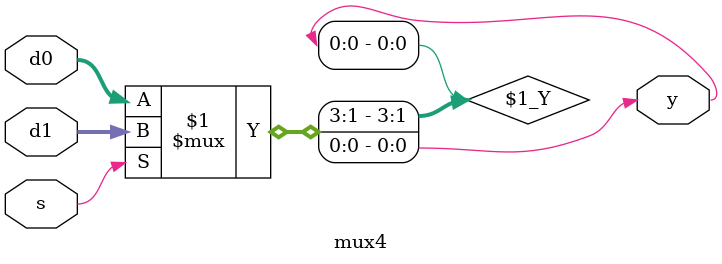
<source format=v>
module mux4(input [3:0] d0, d1, input s, output y);
assign y= s?d1:d0;
endmodule

</source>
